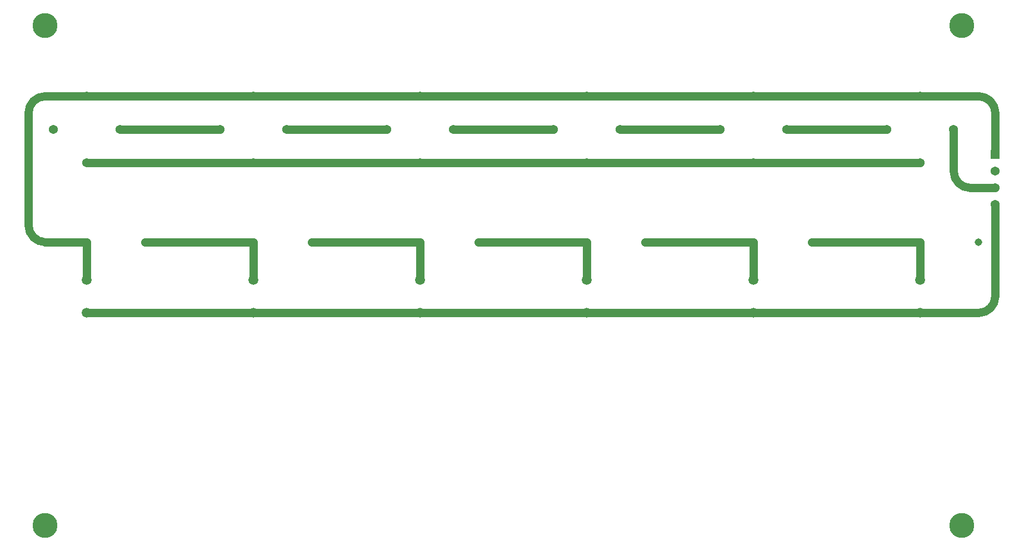
<source format=gtl>
G04*
G04 #@! TF.GenerationSoftware,Altium Limited,Altium Designer,24.1.2 (44)*
G04*
G04 Layer_Physical_Order=1*
G04 Layer_Color=255*
%FSLAX44Y44*%
%MOMM*%
G71*
G04*
G04 #@! TF.SameCoordinates,D0725CFB-4392-4FD5-9E36-9DAD540CF34A*
G04*
G04*
G04 #@! TF.FilePolarity,Positive*
G04*
G01*
G75*
%ADD19C,1.4986*%
%ADD20C,1.2700*%
%ADD21C,1.3700*%
%ADD22R,1.3700X1.3700*%
%ADD23C,3.8100*%
%ADD24C,1.1430*%
D19*
X1397000Y437350D02*
D03*
Y387350D02*
D03*
X1143000Y437350D02*
D03*
Y387350D02*
D03*
X889000Y437350D02*
D03*
Y387350D02*
D03*
X635000Y437350D02*
D03*
Y387350D02*
D03*
X381000Y437350D02*
D03*
Y387350D02*
D03*
X127000Y437350D02*
D03*
Y387350D02*
D03*
D20*
X38100Y520700D02*
G03*
X63500Y495300I25400J0D01*
G01*
Y717550D02*
G03*
X38100Y692150I0J-25400D01*
G01*
X1485900Y387350D02*
G03*
X1511300Y412750I0J25400D01*
G01*
X1447800Y603250D02*
G03*
X1473200Y577850I25400J0D01*
G01*
X1511300Y692150D02*
G03*
X1485900Y717550I-25400J0D01*
G01*
X63500Y495300D02*
X127000D01*
X38100Y520700D02*
Y692150D01*
X63500Y717550D02*
X127000D01*
X1397000Y387350D02*
X1485900D01*
X1511300Y412750D02*
Y552450D01*
X1447800Y603250D02*
Y666750D01*
X1473200Y577850D02*
X1511300D01*
Y628650D02*
Y692150D01*
X1397000Y717550D02*
X1485900D01*
X1390650Y495300D02*
X1397000D01*
Y482600D02*
Y495300D01*
X127000Y717550D02*
X381000D01*
X1143000Y615950D02*
X1397000D01*
X1143000Y387350D02*
X1397000D01*
X889000D02*
X1143000D01*
X635000D02*
X889000D01*
X381000D02*
X635000D01*
X127000D02*
X381000D01*
X127000Y437350D02*
Y495300D01*
X215900D02*
X381000D01*
Y437350D02*
Y495300D01*
X469900D02*
X635000D01*
Y437350D02*
Y495300D01*
X723900D02*
X889000D01*
Y437350D02*
Y495300D01*
X977900D02*
X1143000D01*
Y437350D02*
Y495300D01*
X1231900D02*
X1390650D01*
X1397000Y437350D02*
Y482600D01*
X127000Y615950D02*
X381000D01*
X635000D01*
X889000D01*
X1143000D01*
Y717550D02*
X1397000D01*
X889000D02*
X1143000D01*
X635000D02*
X889000D01*
X381000D02*
X635000D01*
X177800Y666750D02*
X330200D01*
X431800D02*
X584200D01*
X685800D02*
X838200D01*
X939800D02*
X1092200D01*
X1193800D02*
X1346200D01*
D21*
X127000Y717550D02*
D03*
Y615950D02*
D03*
X76200Y666750D02*
D03*
X177800D02*
D03*
X381000Y717550D02*
D03*
Y615950D02*
D03*
X330200Y666750D02*
D03*
X431800D02*
D03*
X635000Y717550D02*
D03*
Y615950D02*
D03*
X584200Y666750D02*
D03*
X685800D02*
D03*
X889000Y717550D02*
D03*
Y615950D02*
D03*
X838200Y666750D02*
D03*
X939800D02*
D03*
X1143000Y717550D02*
D03*
Y615950D02*
D03*
X1092200Y666750D02*
D03*
X1193800D02*
D03*
X1397000Y717550D02*
D03*
Y615950D02*
D03*
X1346200Y666750D02*
D03*
X1447800D02*
D03*
X1511300Y603250D02*
D03*
Y577850D02*
D03*
Y552450D02*
D03*
D22*
Y628650D02*
D03*
D23*
X1460500Y63500D02*
D03*
Y825500D02*
D03*
X63500D02*
D03*
Y63500D02*
D03*
D24*
X1231900Y495300D02*
D03*
X1143000D02*
D03*
X723900D02*
D03*
X635000D02*
D03*
X977900D02*
D03*
X889000D02*
D03*
X469900D02*
D03*
X381000D02*
D03*
X215900D02*
D03*
X127000D02*
D03*
X1485900D02*
D03*
X1397000D02*
D03*
M02*

</source>
